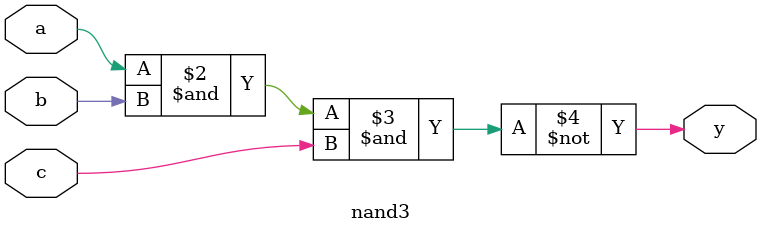
<source format=sv>
/**
 * 3 input NAND gate.
 */
module nand3(
	output logic y,
	input  logic a, b, c
);

always_comb begin
	y = ~(a & b & c);
end

endmodule

</source>
